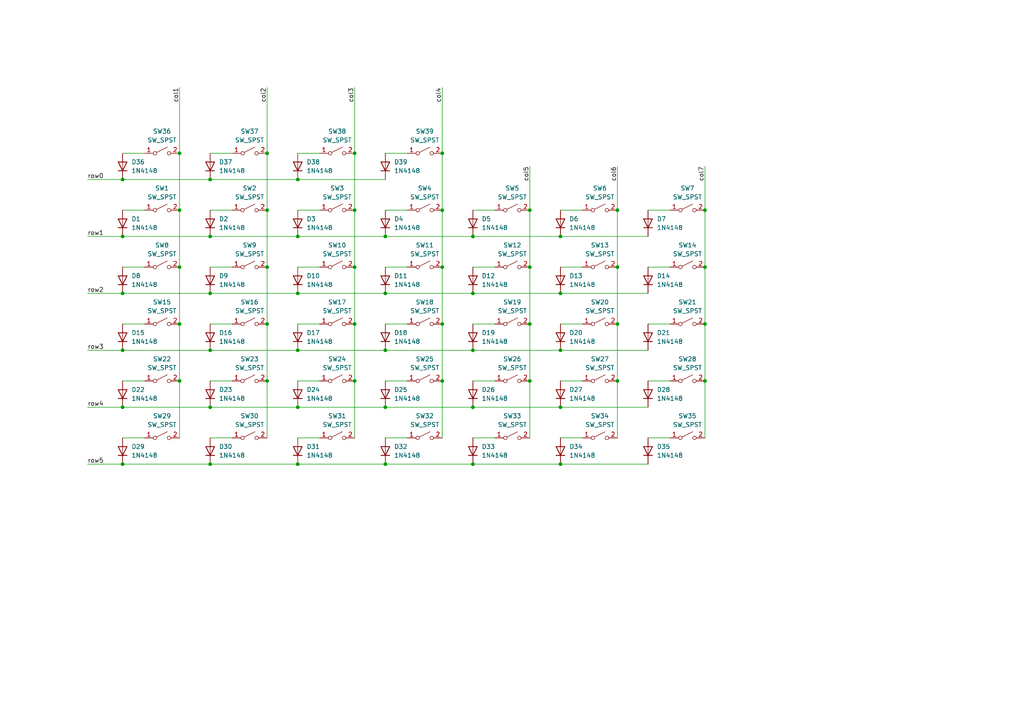
<source format=kicad_sch>
(kicad_sch (version 20231120) (generator "eeschema") (generator_version "8.0")
  (paper "A4")
  (lib_symbols
    (symbol "Diode:1N4148" (pin_numbers hide) (pin_names hide)
      (property "Reference" "D" (at 0 2.54 0))
      (property "Value" "1N4148" (at 0 -2.54 0))
      (symbol "1N4148_0_1"
        (polyline (pts (xy -1.27 1.27) (xy -1.27 -1.27)) (stroke (width 0.254)))
        (polyline (pts (xy 1.27 0) (xy -1.27 0)))
        (polyline (pts (xy 1.27 1.27) (xy 1.27 -1.27) (xy -1.27 0) (xy 1.27 1.27)) (stroke (width 0.254)))
      )
      (symbol "1N4148_1_1"
        (pin passive line (at -3.81 0 0) (length 2.54) (name "K") (number "1"))
        (pin passive line (at 3.81 0 180) (length 2.54) (name "A") (number "2"))
      )
    )
    (symbol "Switch:SW_SPST" (pin_names (offset 0) hide)
      (property "Reference" "SW" (at 0 3.175 0))
      (property "Value" "SW_SPST" (at 0 -2.54 0))
      (symbol "SW_SPST_0_0"
        (circle (center -2.032 0) (radius 0.508))
        (polyline (pts (xy -1.524 0.254) (xy 1.524 1.778)))
        (circle (center 2.032 0) (radius 0.508))
      )
      (symbol "SW_SPST_1_1"
        (pin passive line (at -5.08 0 0) (length 2.54) (name "A") (number "1"))
        (pin passive line (at 5.08 0 180) (length 2.54) (name "B") (number "2"))
      )
    )
  )
  (junction (at 128.27 44.45))
  (junction (at 128.27 93.98))
  (junction (at 137.16 134.62))
  (junction (at 128.27 60.96))
  (junction (at 128.27 77.47))
  (junction (at 86.36 101.6))
  (junction (at 102.87 110.49))
  (junction (at 52.07 60.96))
  (junction (at 204.47 93.98))
  (junction (at 102.87 60.96))
  (junction (at 52.07 77.47))
  (junction (at 35.56 68.58))
  (junction (at 111.76 118.11))
  (junction (at 35.56 101.6))
  (junction (at 77.47 77.47))
  (junction (at 162.56 134.62))
  (junction (at 153.67 77.47))
  (junction (at 102.87 77.47))
  (junction (at 60.96 118.11))
  (junction (at 137.16 101.6))
  (junction (at 86.36 118.11))
  (junction (at 77.47 44.45))
  (junction (at 179.07 93.98))
  (junction (at 111.76 134.62))
  (junction (at 204.47 60.96))
  (junction (at 102.87 44.45))
  (junction (at 204.47 110.49))
  (junction (at 111.76 85.09))
  (junction (at 153.67 93.98))
  (junction (at 52.07 110.49))
  (junction (at 128.27 110.49))
  (junction (at 162.56 85.09))
  (junction (at 35.56 134.62))
  (junction (at 60.96 52.07))
  (junction (at 102.87 93.98))
  (junction (at 153.67 60.96))
  (junction (at 77.47 93.98))
  (junction (at 86.36 134.62))
  (junction (at 52.07 44.45))
  (junction (at 137.16 85.09))
  (junction (at 162.56 118.11))
  (junction (at 179.07 110.49))
  (junction (at 60.96 85.09))
  (junction (at 179.07 77.47))
  (junction (at 52.07 93.98))
  (junction (at 162.56 101.6))
  (junction (at 60.96 101.6))
  (junction (at 77.47 110.49))
  (junction (at 35.56 118.11))
  (junction (at 153.67 110.49))
  (junction (at 111.76 68.58))
  (junction (at 35.56 52.07))
  (junction (at 86.36 85.09))
  (junction (at 35.56 85.09))
  (junction (at 86.36 52.07))
  (junction (at 60.96 68.58))
  (junction (at 60.96 134.62))
  (junction (at 137.16 68.58))
  (junction (at 204.47 77.47))
  (junction (at 179.07 60.96))
  (junction (at 137.16 118.11))
  (junction (at 86.36 68.58))
  (junction (at 77.47 60.96))
  (junction (at 111.76 101.6))
  (junction (at 162.56 68.58))
  (wire (pts (xy 86.36 101.6) (xy 111.76 101.6)))
  (wire (pts (xy 60.96 77.47) (xy 67.31 77.47)))
  (wire (pts (xy 102.87 110.49) (xy 102.87 127)))
  (wire (pts (xy 35.56 44.45) (xy 41.91 44.45)))
  (wire (pts (xy 86.36 52.07) (xy 60.96 52.07)))
  (wire (pts (xy 86.36 60.96) (xy 92.71 60.96)))
  (wire (pts (xy 52.07 77.47) (xy 52.07 93.98)))
  (wire (pts (xy 35.56 118.11) (xy 60.96 118.11)))
  (wire (pts (xy 179.07 93.98) (xy 179.07 110.49)))
  (wire (pts (xy 137.16 134.62) (xy 162.56 134.62)))
  (wire (pts (xy 128.27 77.47) (xy 128.27 93.98)))
  (wire (pts (xy 137.16 127) (xy 143.51 127)))
  (wire (pts (xy 137.16 60.96) (xy 143.51 60.96)))
  (wire (pts (xy 60.96 68.58) (xy 35.56 68.58)))
  (wire (pts (xy 153.67 110.49) (xy 153.67 127)))
  (wire (pts (xy 60.96 101.6) (xy 86.36 101.6)))
  (wire (pts (xy 137.16 110.49) (xy 143.51 110.49)))
  (wire (pts (xy 60.96 110.49) (xy 67.31 110.49)))
  (wire (pts (xy 25.4 52.07) (xy 35.56 52.07)))
  (wire (pts (xy 204.47 60.96) (xy 204.47 77.47)))
  (wire (pts (xy 111.76 110.49) (xy 118.11 110.49)))
  (wire (pts (xy 111.76 68.58) (xy 86.36 68.58)))
  (wire (pts (xy 35.56 60.96) (xy 41.91 60.96)))
  (wire (pts (xy 86.36 110.49) (xy 92.71 110.49)))
  (wire (pts (xy 35.56 101.6) (xy 60.96 101.6)))
  (wire (pts (xy 35.56 134.62) (xy 60.96 134.62)))
  (wire (pts (xy 128.27 93.98) (xy 128.27 110.49)))
  (wire (pts (xy 25.4 85.09) (xy 35.56 85.09)))
  (wire (pts (xy 111.76 127) (xy 118.11 127)))
  (wire (pts (xy 77.47 60.96) (xy 77.47 77.47)))
  (wire (pts (xy 137.16 93.98) (xy 143.51 93.98)))
  (wire (pts (xy 86.36 77.47) (xy 92.71 77.47)))
  (wire (pts (xy 137.16 68.58) (xy 111.76 68.58)))
  (wire (pts (xy 204.47 48.26) (xy 204.47 60.96)))
  (wire (pts (xy 187.96 110.49) (xy 194.31 110.49)))
  (wire (pts (xy 204.47 77.47) (xy 204.47 93.98)))
  (wire (pts (xy 187.96 77.47) (xy 194.31 77.47)))
  (wire (pts (xy 60.96 44.45) (xy 67.31 44.45)))
  (wire (pts (xy 77.47 25.4) (xy 77.47 44.45)))
  (wire (pts (xy 52.07 44.45) (xy 52.07 60.96)))
  (wire (pts (xy 179.07 77.47) (xy 179.07 93.98)))
  (wire (pts (xy 162.56 127) (xy 168.91 127)))
  (wire (pts (xy 111.76 44.45) (xy 118.11 44.45)))
  (wire (pts (xy 102.87 60.96) (xy 102.87 77.47)))
  (wire (pts (xy 187.96 93.98) (xy 194.31 93.98)))
  (wire (pts (xy 77.47 77.47) (xy 77.47 93.98)))
  (wire (pts (xy 86.36 118.11) (xy 111.76 118.11)))
  (wire (pts (xy 162.56 77.47) (xy 168.91 77.47)))
  (wire (pts (xy 102.87 77.47) (xy 102.87 93.98)))
  (wire (pts (xy 128.27 60.96) (xy 128.27 77.47)))
  (wire (pts (xy 137.16 77.47) (xy 143.51 77.47)))
  (wire (pts (xy 128.27 44.45) (xy 128.27 60.96)))
  (wire (pts (xy 25.4 134.62) (xy 35.56 134.62)))
  (wire (pts (xy 204.47 93.98) (xy 204.47 110.49)))
  (wire (pts (xy 162.56 85.09) (xy 187.96 85.09)))
  (wire (pts (xy 162.56 110.49) (xy 168.91 110.49)))
  (wire (pts (xy 102.87 44.45) (xy 102.87 60.96)))
  (wire (pts (xy 52.07 110.49) (xy 52.07 127)))
  (wire (pts (xy 128.27 110.49) (xy 128.27 127)))
  (wire (pts (xy 35.56 93.98) (xy 41.91 93.98)))
  (wire (pts (xy 52.07 25.4) (xy 52.07 44.45)))
  (wire (pts (xy 111.76 85.09) (xy 137.16 85.09)))
  (wire (pts (xy 60.96 52.07) (xy 35.56 52.07)))
  (wire (pts (xy 137.16 101.6) (xy 162.56 101.6)))
  (wire (pts (xy 179.07 48.26) (xy 179.07 60.96)))
  (wire (pts (xy 111.76 60.96) (xy 118.11 60.96)))
  (wire (pts (xy 111.76 93.98) (xy 118.11 93.98)))
  (wire (pts (xy 52.07 93.98) (xy 52.07 110.49)))
  (wire (pts (xy 179.07 110.49) (xy 179.07 127)))
  (wire (pts (xy 86.36 127) (xy 92.71 127)))
  (wire (pts (xy 194.31 60.96) (xy 187.96 60.96)))
  (wire (pts (xy 77.47 44.45) (xy 77.47 60.96)))
  (wire (pts (xy 111.76 134.62) (xy 137.16 134.62)))
  (wire (pts (xy 86.36 44.45) (xy 92.71 44.45)))
  (wire (pts (xy 86.36 85.09) (xy 111.76 85.09)))
  (wire (pts (xy 162.56 134.62) (xy 187.96 134.62)))
  (wire (pts (xy 35.56 85.09) (xy 60.96 85.09)))
  (wire (pts (xy 162.56 93.98) (xy 168.91 93.98)))
  (wire (pts (xy 111.76 101.6) (xy 137.16 101.6)))
  (wire (pts (xy 111.76 118.11) (xy 137.16 118.11)))
  (wire (pts (xy 162.56 101.6) (xy 187.96 101.6)))
  (wire (pts (xy 60.96 127) (xy 67.31 127)))
  (wire (pts (xy 162.56 68.58) (xy 137.16 68.58)))
  (wire (pts (xy 25.4 68.58) (xy 35.56 68.58)))
  (wire (pts (xy 35.56 77.47) (xy 41.91 77.47)))
  (wire (pts (xy 86.36 52.07) (xy 111.76 52.07)))
  (wire (pts (xy 153.67 77.47) (xy 153.67 93.98)))
  (wire (pts (xy 128.27 25.4) (xy 128.27 44.45)))
  (wire (pts (xy 60.96 85.09) (xy 86.36 85.09)))
  (wire (pts (xy 52.07 60.96) (xy 52.07 77.47)))
  (wire (pts (xy 60.96 93.98) (xy 67.31 93.98)))
  (wire (pts (xy 153.67 48.26) (xy 153.67 60.96)))
  (wire (pts (xy 35.56 110.49) (xy 41.91 110.49)))
  (wire (pts (xy 86.36 68.58) (xy 60.96 68.58)))
  (wire (pts (xy 137.16 85.09) (xy 162.56 85.09)))
  (wire (pts (xy 111.76 77.47) (xy 118.11 77.47)))
  (wire (pts (xy 60.96 60.96) (xy 67.31 60.96)))
  (wire (pts (xy 153.67 93.98) (xy 153.67 110.49)))
  (wire (pts (xy 86.36 93.98) (xy 92.71 93.98)))
  (wire (pts (xy 153.67 60.96) (xy 153.67 77.47)))
  (wire (pts (xy 86.36 134.62) (xy 111.76 134.62)))
  (wire (pts (xy 162.56 118.11) (xy 187.96 118.11)))
  (wire (pts (xy 162.56 60.96) (xy 168.91 60.96)))
  (wire (pts (xy 35.56 127) (xy 41.91 127)))
  (wire (pts (xy 187.96 68.58) (xy 162.56 68.58)))
  (wire (pts (xy 187.96 127) (xy 194.31 127)))
  (wire (pts (xy 102.87 25.4) (xy 102.87 44.45)))
  (wire (pts (xy 60.96 118.11) (xy 86.36 118.11)))
  (wire (pts (xy 25.4 118.11) (xy 35.56 118.11)))
  (wire (pts (xy 137.16 118.11) (xy 162.56 118.11)))
  (wire (pts (xy 77.47 110.49) (xy 77.47 127)))
  (wire (pts (xy 60.96 134.62) (xy 86.36 134.62)))
  (wire (pts (xy 25.4 101.6) (xy 35.56 101.6)))
  (wire (pts (xy 179.07 60.96) (xy 179.07 77.47)))
  (wire (pts (xy 77.47 93.98) (xy 77.47 110.49)))
  (wire (pts (xy 204.47 110.49) (xy 204.47 127)))
  (wire (pts (xy 102.87 93.98) (xy 102.87 110.49)))
  (label "col2" (at 77.47 25.4 270))
  (label "row3" (at 25.4 101.6 0))
  (label "row4" (at 25.4 118.11 0))
  (label "row1" (at 25.4 68.58 0))
  (label "col3" (at 102.87 25.4 270))
  (label "col6" (at 179.07 48.26 270))
  (label "col1" (at 52.07 25.4 270))
  (label "row2" (at 25.4 85.09 0))
  (label "row0" (at 25.4 52.07 0))
  (label "col7" (at 204.47 48.26 270))
  (label "col4" (at 128.27 25.4 270))
  (label "row5" (at 25.4 134.62 0))
  (label "col5" (at 153.67 48.26 270))
  (symbol (lib_id "Switch:SW_SPST") (at 199.39 60.96 0) (unit 1)
    (property "Reference" "SW7" (at 199.39 54.61 0))
    (property "Value" "SW_SPST" (at 199.39 57.15 0))
    (property "Footprint" "vitter-kb:Kailh_socket_PG1350_reversible" (effects (hide yes)))
  )
  (symbol (lib_id "Diode:1N4148") (at 137.16 81.28 90) (unit 1)
    (property "Reference" "D12" (at 139.7 80.0099 90) (effects (justify right)))
    (property "Value" "1N4148" (at 139.7 82.5499 90) (effects (justify right)))
    (property "Footprint" "Keebio-Parts:Diode-dual" (effects (hide yes)))
    (property "Datasheet" "https://assets.nexperia.com/documents/data-sheet/1N4148_1N4448.pdf" (effects (hide yes)))
  )
  (symbol (lib_id "Diode:1N4148") (at 137.16 130.81 90) (unit 1)
    (property "Reference" "D33" (at 139.7 129.5399 90) (effects (justify right)))
    (property "Value" "1N4148" (at 139.7 132.0799 90) (effects (justify right)))
    (property "Footprint" "Keebio-Parts:Diode-dual" (effects (hide yes)))
    (property "Datasheet" "https://assets.nexperia.com/documents/data-sheet/1N4148_1N4448.pdf" (effects (hide yes)))
  )
  (symbol (lib_id "Diode:1N4148") (at 111.76 81.28 90) (unit 1)
    (property "Reference" "D11" (at 114.3 80.0099 90) (effects (justify right)))
    (property "Value" "1N4148" (at 114.3 82.5499 90) (effects (justify right)))
    (property "Footprint" "Keebio-Parts:Diode-dual" (effects (hide yes)))
    (property "Datasheet" "https://assets.nexperia.com/documents/data-sheet/1N4148_1N4448.pdf" (effects (hide yes)))
  )
  (symbol (lib_id "Diode:1N4148") (at 35.56 114.3 90) (unit 1)
    (property "Reference" "D22" (at 38.1 113.0299 90) (effects (justify right)))
    (property "Value" "1N4148" (at 38.1 115.5699 90) (effects (justify right)))
    (property "Footprint" "Keebio-Parts:Diode-dual" (effects (hide yes)))
    (property "Datasheet" "https://assets.nexperia.com/documents/data-sheet/1N4148_1N4448.pdf" (effects (hide yes)))
  )
  (symbol (lib_id "Switch:SW_SPST") (at 173.99 127 0) (unit 1)
    (property "Reference" "SW34" (at 173.99 120.65 0))
    (property "Value" "SW_SPST" (at 173.99 123.19 0))
    (property "Footprint" "vitter-kb:Kailh_socket_PG1350_reversible" (effects (hide yes)))
  )
  (symbol (lib_id "Switch:SW_SPST") (at 123.19 44.45 0) (unit 1)
    (property "Reference" "SW39" (at 123.19 38.1 0))
    (property "Value" "SW_SPST" (at 123.19 40.64 0))
    (property "Footprint" "vitter-kb:Kailh_socket_PG1350_reversible" (effects (hide yes)))
  )
  (symbol (lib_id "Switch:SW_SPST") (at 97.79 77.47 0) (unit 1)
    (property "Reference" "SW10" (at 97.79 71.12 0))
    (property "Value" "SW_SPST" (at 97.79 73.66 0))
    (property "Footprint" "vitter-kb:Kailh_socket_PG1350_reversible" (effects (hide yes)))
  )
  (symbol (lib_id "Switch:SW_SPST") (at 72.39 60.96 0) (unit 1)
    (property "Reference" "SW2" (at 72.39 54.61 0))
    (property "Value" "SW_SPST" (at 72.39 57.15 0))
    (property "Footprint" "vitter-kb:Kailh_socket_PG1350_reversible" (effects (hide yes)))
  )
  (symbol (lib_id "Diode:1N4148") (at 111.76 48.26 90) (unit 1)
    (property "Reference" "D39" (at 114.3 46.9899 90) (effects (justify right)))
    (property "Value" "1N4148" (at 114.3 49.5299 90) (effects (justify right)))
    (property "Footprint" "Keebio-Parts:Diode-dual" (effects (hide yes)))
    (property "Datasheet" "https://assets.nexperia.com/documents/data-sheet/1N4148_1N4448.pdf" (effects (hide yes)))
  )
  (symbol (lib_id "Diode:1N4148") (at 162.56 130.81 90) (unit 1)
    (property "Reference" "D34" (at 165.1 129.5399 90) (effects (justify right)))
    (property "Value" "1N4148" (at 165.1 132.0799 90) (effects (justify right)))
    (property "Footprint" "Keebio-Parts:Diode-dual" (effects (hide yes)))
    (property "Datasheet" "https://assets.nexperia.com/documents/data-sheet/1N4148_1N4448.pdf" (effects (hide yes)))
  )
  (symbol (lib_id "Switch:SW_SPST") (at 46.99 44.45 0) (unit 1)
    (property "Reference" "SW36" (at 46.99 38.1 0))
    (property "Value" "SW_SPST" (at 46.99 40.64 0))
    (property "Footprint" "vitter-kb:Kailh_socket_PG1350_reversible" (effects (hide yes)))
  )
  (symbol (lib_id "Switch:SW_SPST") (at 97.79 93.98 0) (unit 1)
    (property "Reference" "SW17" (at 97.79 87.63 0))
    (property "Value" "SW_SPST" (at 97.79 90.17 0))
    (property "Footprint" "vitter-kb:Kailh_socket_PG1350_reversible" (effects (hide yes)))
  )
  (symbol (lib_id "Diode:1N4148") (at 187.96 97.79 90) (unit 1)
    (property "Reference" "D21" (at 190.5 96.5199 90) (effects (justify right)))
    (property "Value" "1N4148" (at 190.5 99.0599 90) (effects (justify right)))
    (property "Footprint" "Keebio-Parts:Diode-dual" (effects (hide yes)))
    (property "Datasheet" "https://assets.nexperia.com/documents/data-sheet/1N4148_1N4448.pdf" (effects (hide yes)))
  )
  (symbol (lib_id "Switch:SW_SPST") (at 46.99 77.47 0) (unit 1)
    (property "Reference" "SW8" (at 46.99 71.12 0))
    (property "Value" "SW_SPST" (at 46.99 73.66 0))
    (property "Footprint" "vitter-kb:Kailh_socket_PG1350_reversible" (effects (hide yes)))
  )
  (symbol (lib_id "Diode:1N4148") (at 86.36 48.26 90) (unit 1)
    (property "Reference" "D38" (at 88.9 46.9899 90) (effects (justify right)))
    (property "Value" "1N4148" (at 88.9 49.5299 90) (effects (justify right)))
    (property "Footprint" "Keebio-Parts:Diode-dual" (effects (hide yes)))
    (property "Datasheet" "https://assets.nexperia.com/documents/data-sheet/1N4148_1N4448.pdf" (effects (hide yes)))
  )
  (symbol (lib_id "Switch:SW_SPST") (at 72.39 110.49 0) (unit 1)
    (property "Reference" "SW23" (at 72.39 104.14 0))
    (property "Value" "SW_SPST" (at 72.39 106.68 0))
    (property "Footprint" "vitter-kb:Kailh_socket_PG1350_reversible" (effects (hide yes)))
  )
  (symbol (lib_id "Switch:SW_SPST") (at 199.39 110.49 0) (unit 1)
    (property "Reference" "SW28" (at 199.39 104.14 0))
    (property "Value" "SW_SPST" (at 199.39 106.68 0))
    (property "Footprint" "vitter-kb:Kailh_socket_PG1350_reversible" (effects (hide yes)))
  )
  (symbol (lib_id "Switch:SW_SPST") (at 173.99 60.96 0) (unit 1)
    (property "Reference" "SW6" (at 173.99 54.61 0))
    (property "Value" "SW_SPST" (at 173.99 57.15 0))
    (property "Footprint" "vitter-kb:Kailh_socket_PG1350_reversible" (effects (hide yes)))
  )
  (symbol (lib_id "Switch:SW_SPST") (at 123.19 93.98 0) (unit 1)
    (property "Reference" "SW18" (at 123.19 87.63 0))
    (property "Value" "SW_SPST" (at 123.19 90.17 0))
    (property "Footprint" "vitter-kb:Kailh_socket_PG1350_reversible" (effects (hide yes)))
  )
  (symbol (lib_id "Switch:SW_SPST") (at 123.19 127 0) (unit 1)
    (property "Reference" "SW32" (at 123.19 120.65 0))
    (property "Value" "SW_SPST" (at 123.19 123.19 0))
    (property "Footprint" "vitter-kb:Kailh_socket_PG1350_reversible" (effects (hide yes)))
  )
  (symbol (lib_id "Diode:1N4148") (at 35.56 97.79 90) (unit 1)
    (property "Reference" "D15" (at 38.1 96.5199 90) (effects (justify right)))
    (property "Value" "1N4148" (at 38.1 99.0599 90) (effects (justify right)))
    (property "Footprint" "Keebio-Parts:Diode-dual" (effects (hide yes)))
    (property "Datasheet" "https://assets.nexperia.com/documents/data-sheet/1N4148_1N4448.pdf" (effects (hide yes)))
  )
  (symbol (lib_id "Switch:SW_SPST") (at 46.99 110.49 0) (unit 1)
    (property "Reference" "SW22" (at 46.99 104.14 0))
    (property "Value" "SW_SPST" (at 46.99 106.68 0))
    (property "Footprint" "vitter-kb:Kailh_socket_PG1350_reversible" (effects (hide yes)))
  )
  (symbol (lib_id "Diode:1N4148") (at 86.36 130.81 90) (unit 1)
    (property "Reference" "D31" (at 88.9 129.5399 90) (effects (justify right)))
    (property "Value" "1N4148" (at 88.9 132.0799 90) (effects (justify right)))
    (property "Footprint" "Keebio-Parts:Diode-dual" (effects (hide yes)))
    (property "Datasheet" "https://assets.nexperia.com/documents/data-sheet/1N4148_1N4448.pdf" (effects (hide yes)))
  )
  (symbol (lib_id "Switch:SW_SPST") (at 148.59 127 0) (unit 1)
    (property "Reference" "SW33" (at 148.59 120.65 0))
    (property "Value" "SW_SPST" (at 148.59 123.19 0))
    (property "Footprint" "vitter-kb:Kailh_socket_PG1350_reversible" (effects (hide yes)))
  )
  (symbol (lib_id "Diode:1N4148") (at 86.36 114.3 90) (unit 1)
    (property "Reference" "D24" (at 88.9 113.0299 90) (effects (justify right)))
    (property "Value" "1N4148" (at 88.9 115.5699 90) (effects (justify right)))
    (property "Footprint" "Keebio-Parts:Diode-dual" (effects (hide yes)))
    (property "Datasheet" "https://assets.nexperia.com/documents/data-sheet/1N4148_1N4448.pdf" (effects (hide yes)))
  )
  (symbol (lib_id "Switch:SW_SPST") (at 46.99 60.96 0) (unit 1)
    (property "Reference" "SW1" (at 46.99 54.61 0))
    (property "Value" "SW_SPST" (at 46.99 57.15 0))
    (property "Footprint" "vitter-kb:Kailh_socket_PG1350_reversible" (effects (hide yes)))
  )
  (symbol (lib_id "Switch:SW_SPST") (at 199.39 77.47 0) (unit 1)
    (property "Reference" "SW14" (at 199.39 71.12 0))
    (property "Value" "SW_SPST" (at 199.39 73.66 0))
    (property "Footprint" "vitter-kb:Kailh_socket_PG1350_reversible" (effects (hide yes)))
  )
  (symbol (lib_id "Diode:1N4148") (at 111.76 114.3 90) (unit 1)
    (property "Reference" "D25" (at 114.3 113.0299 90) (effects (justify right)))
    (property "Value" "1N4148" (at 114.3 115.5699 90) (effects (justify right)))
    (property "Footprint" "Keebio-Parts:Diode-dual" (effects (hide yes)))
    (property "Datasheet" "https://assets.nexperia.com/documents/data-sheet/1N4148_1N4448.pdf" (effects (hide yes)))
  )
  (symbol (lib_id "Diode:1N4148") (at 35.56 48.26 90) (unit 1)
    (property "Reference" "D36" (at 38.1 46.9899 90) (effects (justify right)))
    (property "Value" "1N4148" (at 38.1 49.5299 90) (effects (justify right)))
    (property "Footprint" "Keebio-Parts:Diode-dual" (effects (hide yes)))
    (property "Datasheet" "https://assets.nexperia.com/documents/data-sheet/1N4148_1N4448.pdf" (effects (hide yes)))
  )
  (symbol (lib_id "Switch:SW_SPST") (at 97.79 60.96 0) (unit 1)
    (property "Reference" "SW3" (at 97.79 54.61 0))
    (property "Value" "SW_SPST" (at 97.79 57.15 0))
    (property "Footprint" "vitter-kb:Kailh_socket_PG1350_reversible" (effects (hide yes)))
  )
  (symbol (lib_id "Switch:SW_SPST") (at 46.99 93.98 0) (unit 1)
    (property "Reference" "SW15" (at 46.99 87.63 0))
    (property "Value" "SW_SPST" (at 46.99 90.17 0))
    (property "Footprint" "vitter-kb:Kailh_socket_PG1350_reversible" (effects (hide yes)))
  )
  (symbol (lib_id "Diode:1N4148") (at 162.56 114.3 90) (unit 1)
    (property "Reference" "D27" (at 165.1 113.0299 90) (effects (justify right)))
    (property "Value" "1N4148" (at 165.1 115.5699 90) (effects (justify right)))
    (property "Footprint" "Keebio-Parts:Diode-dual" (effects (hide yes)))
    (property "Datasheet" "https://assets.nexperia.com/documents/data-sheet/1N4148_1N4448.pdf" (effects (hide yes)))
  )
  (symbol (lib_id "Diode:1N4148") (at 60.96 48.26 90) (unit 1)
    (property "Reference" "D37" (at 63.5 46.9899 90) (effects (justify right)))
    (property "Value" "1N4148" (at 63.5 49.5299 90) (effects (justify right)))
    (property "Footprint" "Keebio-Parts:Diode-dual" (effects (hide yes)))
    (property "Datasheet" "https://assets.nexperia.com/documents/data-sheet/1N4148_1N4448.pdf" (effects (hide yes)))
  )
  (symbol (lib_id "Diode:1N4148") (at 86.36 81.28 90) (unit 1)
    (property "Reference" "D10" (at 88.9 80.0099 90) (effects (justify right)))
    (property "Value" "1N4148" (at 88.9 82.5499 90) (effects (justify right)))
    (property "Footprint" "Keebio-Parts:Diode-dual" (effects (hide yes)))
    (property "Datasheet" "https://assets.nexperia.com/documents/data-sheet/1N4148_1N4448.pdf" (effects (hide yes)))
  )
  (symbol (lib_id "Diode:1N4148") (at 187.96 64.77 90) (unit 1)
    (property "Reference" "D7" (at 190.5 63.4999 90) (effects (justify right)))
    (property "Value" "1N4148" (at 190.5 66.0399 90) (effects (justify right)))
    (property "Footprint" "Keebio-Parts:Diode-dual" (effects (hide yes)))
    (property "Datasheet" "https://assets.nexperia.com/documents/data-sheet/1N4148_1N4448.pdf" (effects (hide yes)))
  )
  (symbol (lib_id "Switch:SW_SPST") (at 72.39 44.45 0) (unit 1)
    (property "Reference" "SW37" (at 72.39 38.1 0))
    (property "Value" "SW_SPST" (at 72.39 40.64 0))
    (property "Footprint" "vitter-kb:Kailh_socket_PG1350_reversible" (effects (hide yes)))
  )
  (symbol (lib_id "Switch:SW_SPST") (at 123.19 77.47 0) (unit 1)
    (property "Reference" "SW11" (at 123.19 71.12 0))
    (property "Value" "SW_SPST" (at 123.19 73.66 0))
    (property "Footprint" "vitter-kb:Kailh_socket_PG1350_reversible" (effects (hide yes)))
  )
  (symbol (lib_id "Switch:SW_SPST") (at 72.39 93.98 0) (unit 1)
    (property "Reference" "SW16" (at 72.39 87.63 0))
    (property "Value" "SW_SPST" (at 72.39 90.17 0))
    (property "Footprint" "vitter-kb:Kailh_socket_PG1350_reversible" (effects (hide yes)))
  )
  (symbol (lib_id "Diode:1N4148") (at 60.96 130.81 90) (unit 1)
    (property "Reference" "D30" (at 63.5 129.5399 90) (effects (justify right)))
    (property "Value" "1N4148" (at 63.5 132.0799 90) (effects (justify right)))
    (property "Footprint" "Keebio-Parts:Diode-dual" (effects (hide yes)))
    (property "Datasheet" "https://assets.nexperia.com/documents/data-sheet/1N4148_1N4448.pdf" (effects (hide yes)))
  )
  (symbol (lib_id "Switch:SW_SPST") (at 97.79 127 0) (unit 1)
    (property "Reference" "SW31" (at 97.79 120.65 0))
    (property "Value" "SW_SPST" (at 97.79 123.19 0))
    (property "Footprint" "vitter-kb:Kailh_socket_PG1350_reversible" (effects (hide yes)))
  )
  (symbol (lib_id "Switch:SW_SPST") (at 123.19 110.49 0) (unit 1)
    (property "Reference" "SW25" (at 123.19 104.14 0))
    (property "Value" "SW_SPST" (at 123.19 106.68 0))
    (property "Footprint" "vitter-kb:Kailh_socket_PG1350_reversible" (effects (hide yes)))
  )
  (symbol (lib_id "Diode:1N4148") (at 60.96 81.28 90) (unit 1)
    (property "Reference" "D9" (at 63.5 80.0099 90) (effects (justify right)))
    (property "Value" "1N4148" (at 63.5 82.5499 90) (effects (justify right)))
    (property "Footprint" "Keebio-Parts:Diode-dual" (effects (hide yes)))
    (property "Datasheet" "https://assets.nexperia.com/documents/data-sheet/1N4148_1N4448.pdf" (effects (hide yes)))
  )
  (symbol (lib_id "Switch:SW_SPST") (at 148.59 110.49 0) (unit 1)
    (property "Reference" "SW26" (at 148.59 104.14 0))
    (property "Value" "SW_SPST" (at 148.59 106.68 0))
    (property "Footprint" "vitter-kb:Kailh_socket_PG1350_reversible" (effects (hide yes)))
  )
  (symbol (lib_id "Diode:1N4148") (at 187.96 81.28 90) (unit 1)
    (property "Reference" "D14" (at 190.5 80.0099 90) (effects (justify right)))
    (property "Value" "1N4148" (at 190.5 82.5499 90) (effects (justify right)))
    (property "Footprint" "Keebio-Parts:Diode-dual" (effects (hide yes)))
    (property "Datasheet" "https://assets.nexperia.com/documents/data-sheet/1N4148_1N4448.pdf" (effects (hide yes)))
  )
  (symbol (lib_id "Diode:1N4148") (at 35.56 81.28 90) (unit 1)
    (property "Reference" "D8" (at 38.1 80.0099 90) (effects (justify right)))
    (property "Value" "1N4148" (at 38.1 82.5499 90) (effects (justify right)))
    (property "Footprint" "Keebio-Parts:Diode-dual" (effects (hide yes)))
    (property "Datasheet" "https://assets.nexperia.com/documents/data-sheet/1N4148_1N4448.pdf" (effects (hide yes)))
  )
  (symbol (lib_id "Diode:1N4148") (at 137.16 64.77 90) (unit 1)
    (property "Reference" "D5" (at 139.7 63.4999 90) (effects (justify right)))
    (property "Value" "1N4148" (at 139.7 66.0399 90) (effects (justify right)))
    (property "Footprint" "Keebio-Parts:Diode-dual" (effects (hide yes)))
    (property "Datasheet" "https://assets.nexperia.com/documents/data-sheet/1N4148_1N4448.pdf" (effects (hide yes)))
  )
  (symbol (lib_id "Diode:1N4148") (at 86.36 97.79 90) (unit 1)
    (property "Reference" "D17" (at 88.9 96.5199 90) (effects (justify right)))
    (property "Value" "1N4148" (at 88.9 99.0599 90) (effects (justify right)))
    (property "Footprint" "Keebio-Parts:Diode-dual" (effects (hide yes)))
    (property "Datasheet" "https://assets.nexperia.com/documents/data-sheet/1N4148_1N4448.pdf" (effects (hide yes)))
  )
  (symbol (lib_id "Diode:1N4148") (at 60.96 114.3 90) (unit 1)
    (property "Reference" "D23" (at 63.5 113.0299 90) (effects (justify right)))
    (property "Value" "1N4148" (at 63.5 115.5699 90) (effects (justify right)))
    (property "Footprint" "Keebio-Parts:Diode-dual" (effects (hide yes)))
    (property "Datasheet" "https://assets.nexperia.com/documents/data-sheet/1N4148_1N4448.pdf" (effects (hide yes)))
  )
  (symbol (lib_id "Switch:SW_SPST") (at 46.99 127 0) (unit 1)
    (property "Reference" "SW29" (at 46.99 120.65 0))
    (property "Value" "SW_SPST" (at 46.99 123.19 0))
    (property "Footprint" "vitter-kb:Kailh_socket_PG1350_reversible" (effects (hide yes)))
  )
  (symbol (lib_id "Switch:SW_SPST") (at 173.99 110.49 0) (unit 1)
    (property "Reference" "SW27" (at 173.99 104.14 0))
    (property "Value" "SW_SPST" (at 173.99 106.68 0))
    (property "Footprint" "vitter-kb:Kailh_socket_PG1350_reversible" (effects (hide yes)))
  )
  (symbol (lib_id "Diode:1N4148") (at 187.96 130.81 90) (unit 1)
    (property "Reference" "D35" (at 190.5 129.5399 90) (effects (justify right)))
    (property "Value" "1N4148" (at 190.5 132.0799 90) (effects (justify right)))
    (property "Footprint" "Keebio-Parts:Diode-dual" (effects (hide yes)))
    (property "Datasheet" "https://assets.nexperia.com/documents/data-sheet/1N4148_1N4448.pdf" (effects (hide yes)))
  )
  (symbol (lib_id "Diode:1N4148") (at 86.36 64.77 90) (unit 1)
    (property "Reference" "D3" (at 88.9 63.4999 90) (effects (justify right)))
    (property "Value" "1N4148" (at 88.9 66.0399 90) (effects (justify right)))
    (property "Footprint" "Keebio-Parts:Diode-dual" (effects (hide yes)))
    (property "Datasheet" "https://assets.nexperia.com/documents/data-sheet/1N4148_1N4448.pdf" (effects (hide yes)))
  )
  (symbol (lib_id "Switch:SW_SPST") (at 72.39 127 0) (unit 1)
    (property "Reference" "SW30" (at 72.39 120.65 0))
    (property "Value" "SW_SPST" (at 72.39 123.19 0))
    (property "Footprint" "vitter-kb:Kailh_socket_PG1350_reversible" (effects (hide yes)))
  )
  (symbol (lib_id "Diode:1N4148") (at 111.76 64.77 90) (unit 1)
    (property "Reference" "D4" (at 114.3 63.4999 90) (effects (justify right)))
    (property "Value" "1N4148" (at 114.3 66.0399 90) (effects (justify right)))
    (property "Footprint" "Keebio-Parts:Diode-dual" (effects (hide yes)))
    (property "Datasheet" "https://assets.nexperia.com/documents/data-sheet/1N4148_1N4448.pdf" (effects (hide yes)))
  )
  (symbol (lib_id "Diode:1N4148") (at 162.56 97.79 90) (unit 1)
    (property "Reference" "D20" (at 165.1 96.5199 90) (effects (justify right)))
    (property "Value" "1N4148" (at 165.1 99.0599 90) (effects (justify right)))
    (property "Footprint" "Keebio-Parts:Diode-dual" (effects (hide yes)))
    (property "Datasheet" "https://assets.nexperia.com/documents/data-sheet/1N4148_1N4448.pdf" (effects (hide yes)))
  )
  (symbol (lib_id "Switch:SW_SPST") (at 199.39 127 0) (unit 1)
    (property "Reference" "SW35" (at 199.39 120.65 0))
    (property "Value" "SW_SPST" (at 199.39 123.19 0))
    (property "Footprint" "vitter-kb:Kailh_socket_PG1350_reversible" (effects (hide yes)))
  )
  (symbol (lib_id "Diode:1N4148") (at 35.56 130.81 90) (unit 1)
    (property "Reference" "D29" (at 38.1 129.5399 90) (effects (justify right)))
    (property "Value" "1N4148" (at 38.1 132.0799 90) (effects (justify right)))
    (property "Footprint" "Keebio-Parts:Diode-dual" (effects (hide yes)))
    (property "Datasheet" "https://assets.nexperia.com/documents/data-sheet/1N4148_1N4448.pdf" (effects (hide yes)))
  )
  (symbol (lib_id "Switch:SW_SPST") (at 148.59 60.96 0) (unit 1)
    (property "Reference" "SW5" (at 148.59 54.61 0))
    (property "Value" "SW_SPST" (at 148.59 57.15 0))
    (property "Footprint" "vitter-kb:Kailh_socket_PG1350_reversible" (effects (hide yes)))
  )
  (symbol (lib_id "Switch:SW_SPST") (at 173.99 93.98 0) (unit 1)
    (property "Reference" "SW20" (at 173.99 87.63 0))
    (property "Value" "SW_SPST" (at 173.99 90.17 0))
    (property "Footprint" "vitter-kb:Kailh_socket_PG1350_reversible" (effects (hide yes)))
  )
  (symbol (lib_id "Diode:1N4148") (at 187.96 114.3 90) (unit 1)
    (property "Reference" "D28" (at 190.5 113.0299 90) (effects (justify right)))
    (property "Value" "1N4148" (at 190.5 115.5699 90) (effects (justify right)))
    (property "Footprint" "Keebio-Parts:Diode-dual" (effects (hide yes)))
    (property "Datasheet" "https://assets.nexperia.com/documents/data-sheet/1N4148_1N4448.pdf" (effects (hide yes)))
  )
  (symbol (lib_id "Switch:SW_SPST") (at 72.39 77.47 0) (unit 1)
    (property "Reference" "SW9" (at 72.39 71.12 0))
    (property "Value" "SW_SPST" (at 72.39 73.66 0))
    (property "Footprint" "vitter-kb:Kailh_socket_PG1350_reversible" (effects (hide yes)))
  )
  (symbol (lib_id "Diode:1N4148") (at 35.56 64.77 90) (unit 1)
    (property "Reference" "D1" (at 38.1 63.4999 90) (effects (justify right)))
    (property "Value" "1N4148" (at 38.1 66.0399 90) (effects (justify right)))
    (property "Footprint" "Keebio-Parts:Diode-dual" (effects (hide yes)))
    (property "Datasheet" "https://assets.nexperia.com/documents/data-sheet/1N4148_1N4448.pdf" (effects (hide yes)))
  )
  (symbol (lib_id "Diode:1N4148") (at 60.96 97.79 90) (unit 1)
    (property "Reference" "D16" (at 63.5 96.5199 90) (effects (justify right)))
    (property "Value" "1N4148" (at 63.5 99.0599 90) (effects (justify right)))
    (property "Footprint" "Keebio-Parts:Diode-dual" (effects (hide yes)))
    (property "Datasheet" "https://assets.nexperia.com/documents/data-sheet/1N4148_1N4448.pdf" (effects (hide yes)))
  )
  (symbol (lib_id "Diode:1N4148") (at 162.56 64.77 90) (unit 1)
    (property "Reference" "D6" (at 165.1 63.4999 90) (effects (justify right)))
    (property "Value" "1N4148" (at 165.1 66.0399 90) (effects (justify right)))
    (property "Footprint" "Keebio-Parts:Diode-dual" (effects (hide yes)))
    (property "Datasheet" "https://assets.nexperia.com/documents/data-sheet/1N4148_1N4448.pdf" (effects (hide yes)))
  )
  (symbol (lib_id "Switch:SW_SPST") (at 123.19 60.96 0) (unit 1)
    (property "Reference" "SW4" (at 123.19 54.61 0))
    (property "Value" "SW_SPST" (at 123.19 57.15 0))
    (property "Footprint" "vitter-kb:Kailh_socket_PG1350_reversible" (effects (hide yes)))
  )
  (symbol (lib_id "Diode:1N4148") (at 111.76 130.81 90) (unit 1)
    (property "Reference" "D32" (at 114.3 129.5399 90) (effects (justify right)))
    (property "Value" "1N4148" (at 114.3 132.0799 90) (effects (justify right)))
    (property "Footprint" "Keebio-Parts:Diode-dual" (effects (hide yes)))
    (property "Datasheet" "https://assets.nexperia.com/documents/data-sheet/1N4148_1N4448.pdf" (effects (hide yes)))
  )
  (symbol (lib_id "Diode:1N4148") (at 137.16 114.3 90) (unit 1)
    (property "Reference" "D26" (at 139.7 113.0299 90) (effects (justify right)))
    (property "Value" "1N4148" (at 139.7 115.5699 90) (effects (justify right)))
    (property "Footprint" "Keebio-Parts:Diode-dual" (effects (hide yes)))
    (property "Datasheet" "https://assets.nexperia.com/documents/data-sheet/1N4148_1N4448.pdf" (effects (hide yes)))
  )
  (symbol (lib_id "Switch:SW_SPST") (at 148.59 93.98 0) (unit 1)
    (property "Reference" "SW19" (at 148.59 87.63 0))
    (property "Value" "SW_SPST" (at 148.59 90.17 0))
    (property "Footprint" "vitter-kb:Kailh_socket_PG1350_reversible" (effects (hide yes)))
  )
  (symbol (lib_id "Diode:1N4148") (at 137.16 97.79 90) (unit 1)
    (property "Reference" "D19" (at 139.7 96.5199 90) (effects (justify right)))
    (property "Value" "1N4148" (at 139.7 99.0599 90) (effects (justify right)))
    (property "Footprint" "Keebio-Parts:Diode-dual" (effects (hide yes)))
    (property "Datasheet" "https://assets.nexperia.com/documents/data-sheet/1N4148_1N4448.pdf" (effects (hide yes)))
  )
  (symbol (lib_id "Switch:SW_SPST") (at 173.99 77.47 0) (unit 1)
    (property "Reference" "SW13" (at 173.99 71.12 0))
    (property "Value" "SW_SPST" (at 173.99 73.66 0))
    (property "Footprint" "vitter-kb:Kailh_socket_PG1350_reversible" (effects (hide yes)))
  )
  (symbol (lib_id "Switch:SW_SPST") (at 148.59 77.47 0) (unit 1)
    (property "Reference" "SW12" (at 148.59 71.12 0))
    (property "Value" "SW_SPST" (at 148.59 73.66 0))
    (property "Footprint" "vitter-kb:Kailh_socket_PG1350_reversible" (effects (hide yes)))
  )
  (symbol (lib_id "Diode:1N4148") (at 111.76 97.79 90) (unit 1)
    (property "Reference" "D18" (at 114.3 96.5199 90) (effects (justify right)))
    (property "Value" "1N4148" (at 114.3 99.0599 90) (effects (justify right)))
    (property "Footprint" "Keebio-Parts:Diode-dual" (effects (hide yes)))
    (property "Datasheet" "https://assets.nexperia.com/documents/data-sheet/1N4148_1N4448.pdf" (effects (hide yes)))
  )
  (symbol (lib_id "Switch:SW_SPST") (at 199.39 93.98 0) (unit 1)
    (property "Reference" "SW21" (at 199.39 87.63 0))
    (property "Value" "SW_SPST" (at 199.39 90.17 0))
    (property "Footprint" "vitter-kb:Kailh_socket_PG1350_reversible" (effects (hide yes)))
  )
  (symbol (lib_id "Switch:SW_SPST") (at 97.79 44.45 0) (unit 1)
    (property "Reference" "SW38" (at 97.79 38.1 0))
    (property "Value" "SW_SPST" (at 97.79 40.64 0))
    (property "Footprint" "vitter-kb:Kailh_socket_PG1350_reversible" (effects (hide yes)))
  )
  (symbol (lib_id "Diode:1N4148") (at 60.96 64.77 90) (unit 1)
    (property "Reference" "D2" (at 63.5 63.4999 90) (effects (justify right)))
    (property "Value" "1N4148" (at 63.5 66.0399 90) (effects (justify right)))
    (property "Footprint" "Keebio-Parts:Diode-dual" (effects (hide yes)))
    (property "Datasheet" "https://assets.nexperia.com/documents/data-sheet/1N4148_1N4448.pdf" (effects (hide yes)))
  )
  (symbol (lib_id "Diode:1N4148") (at 162.56 81.28 90) (unit 1)
    (property "Reference" "D13" (at 165.1 80.0099 90) (effects (justify right)))
    (property "Value" "1N4148" (at 165.1 82.5499 90) (effects (justify right)))
    (property "Footprint" "Keebio-Parts:Diode-dual" (effects (hide yes)))
    (property "Datasheet" "https://assets.nexperia.com/documents/data-sheet/1N4148_1N4448.pdf" (effects (hide yes)))
  )
  (symbol (lib_id "Switch:SW_SPST") (at 97.79 110.49 0) (unit 1)
    (property "Reference" "SW24" (at 97.79 104.14 0))
    (property "Value" "SW_SPST" (at 97.79 106.68 0))
    (property "Footprint" "vitter-kb:Kailh_socket_PG1350_reversible" (effects (hide yes)))
  )
)
</source>
